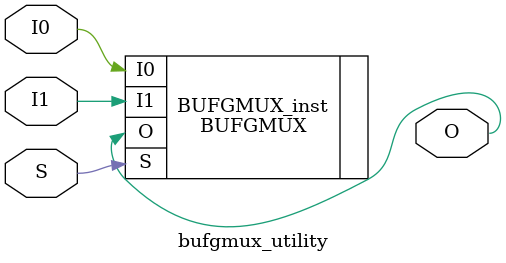
<source format=v>
module bufgmux_utility(
		       input wire I0,
		       input wire I1,
		       input wire S,
		       output wire O
  );
   
BUFGMUX #(
   .CLK_SEL_TYPE("ASYNC")  // ASYNC, SYNC
)
BUFGMUX_inst (
   .O(O),   // 1-bit output: Clock output
   .I0(I0), // 1-bit input: Clock input (S=0)
   .I1(I1), // 1-bit input: Clock input (S=1)
   .S(S)    // 1-bit input: Clock select
);

endmodule // bufgmux_utility

</source>
